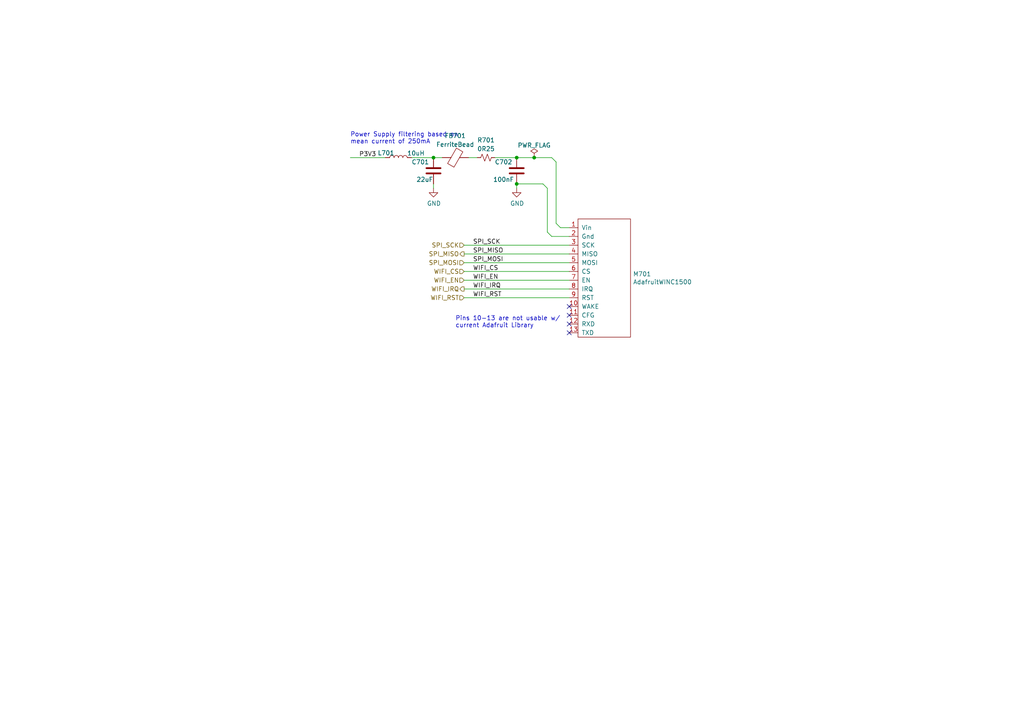
<source format=kicad_sch>
(kicad_sch (version 20211123) (generator eeschema)
  (paper "A4")
  (lib_symbols
    (symbol "Device:C" (pin_numbers hide) (pin_names (offset 0.254))
      (property "Reference" "C" (at 0.635 2.54 0))
      (property "Value" "C" (at 0.635 -2.54 0))
      (symbol "C_0_1"
        (polyline (pts (xy -2.032 -0.762) (xy 2.032 -0.762)) (stroke (width 0.508)))
        (polyline (pts (xy -2.032 0.762) (xy 2.032 0.762)) (stroke (width 0.508)))
      )
      (symbol "C_1_1"
        (pin passive line (at 0 3.81 270) (length 2.794) (name "~") (number "1"))
        (pin passive line (at 0 -3.81 90) (length 2.794) (name "~") (number "2"))
      )
    )
    (symbol "Device:FerriteBead" (pin_numbers hide) (pin_names (offset 0))
      (property "Reference" "FB" (at -3.81 0.635 90))
      (property "Value" "FerriteBead" (at 3.81 0 90))
      (symbol "FerriteBead_0_1"
        (polyline (pts (xy 0 -1.27) (xy 0 -1.2192)))
        (polyline (pts (xy 0 1.27) (xy 0 1.2954)))
        (polyline (pts (xy -2.7686 0.4064) (xy -1.7018 2.2606) (xy 2.7686 -0.3048) (xy 1.6764 -2.159) (xy -2.7686 0.4064)))
      )
      (symbol "FerriteBead_1_1"
        (pin passive line (at 0 3.81 270) (length 2.54) (name "~") (number "1"))
        (pin passive line (at 0 -3.81 90) (length 2.54) (name "~") (number "2"))
      )
    )
    (symbol "Device:L" (pin_numbers hide) (pin_names (offset 1.016) hide)
      (property "Reference" "L" (at -1.27 0 90))
      (property "Value" "L" (at 1.905 0 90))
      (symbol "L_0_1"
        (arc (start 0 -2.54) (mid 0.635 -1.905) (end 0 -1.27))
        (arc (start 0 -1.27) (mid 0.635 -0.635) (end 0 0))
        (arc (start 0 0) (mid 0.635 0.635) (end 0 1.27))
        (arc (start 0 1.27) (mid 0.635 1.905) (end 0 2.54))
      )
      (symbol "L_1_1"
        (pin passive line (at 0 3.81 270) (length 1.27) (name "1") (number "1"))
        (pin passive line (at 0 -3.81 90) (length 1.27) (name "2") (number "2"))
      )
    )
    (symbol "Device:R_Small_US" (pin_numbers hide) (pin_names (offset 0.254) hide)
      (property "Reference" "R" (at 0.762 0.508 0))
      (property "Value" "R_Small_US" (at 0.762 -1.016 0))
      (symbol "R_Small_US_1_1"
        (polyline (pts (xy 0 0) (xy 1.016 -0.381) (xy 0 -0.762) (xy -1.016 -1.143) (xy 0 -1.524)))
        (polyline (pts (xy 0 1.524) (xy 1.016 1.143) (xy 0 0.762) (xy -1.016 0.381) (xy 0 0)))
        (pin passive line (at 0 2.54 270) (length 1.016) (name "~") (number "1"))
        (pin passive line (at 0 -2.54 90) (length 1.016) (name "~") (number "2"))
      )
    )
    (symbol "power:GND" (power) (pin_names (offset 0))
      (property "Value" "GND" (at 0 -3.81 0))
      (symbol "GND_0_1"
        (polyline (pts (xy 0 0) (xy 0 -1.27) (xy 1.27 -1.27) (xy 0 -2.54) (xy -1.27 -1.27) (xy 0 -1.27)))
      )
      (symbol "GND_1_1"
        (pin power_in line (at 0 0 270) (length 0) hide (name "GND") (number "1"))
      )
    )
    (symbol "power:PWR_FLAG" (power) (pin_numbers hide) (pin_names (offset 0) hide)
      (property "Value" "PWR_FLAG" (at 0 3.81 0))
      (symbol "PWR_FLAG_0_0"
        (pin power_out line (at 0 0 90) (length 0) (name "pwr") (number "1"))
      )
      (symbol "PWR_FLAG_0_1"
        (polyline (pts (xy 0 0) (xy 0 1.27) (xy -1.016 1.905) (xy 0 2.54) (xy 1.016 1.905) (xy 0 1.27)))
      )
    )
    (symbol "sapphireMini:AdafruitWINC1500" (pin_names (offset 1.016))
      (property "Reference" "M" (at -2.54 3.81 0))
      (property "Value" "AdafruitWINC1500" (at 8.89 -12.7 90))
      (symbol "AdafruitWINC1500_0_1"
        (rectangle (start -2.54 2.54) (end 12.7 -31.75))
      )
      (symbol "AdafruitWINC1500_1_1"
        (pin power_in line (at -5.08 0 0) (length 2.54) (name "Vin") (number "1"))
        (pin input line (at -5.08 -22.86 0) (length 2.54) (name "WAKE") (number "10"))
        (pin input line (at -5.08 -25.4 0) (length 2.54) (name "CFG") (number "11"))
        (pin input line (at -5.08 -27.94 0) (length 2.54) (name "RXD") (number "12"))
        (pin input line (at -5.08 -30.48 0) (length 2.54) (name "TXD") (number "13"))
        (pin power_in line (at -5.08 -2.54 0) (length 2.54) (name "Gnd") (number "2"))
        (pin input line (at -5.08 -5.08 0) (length 2.54) (name "SCK") (number "3"))
        (pin output line (at -5.08 -7.62 0) (length 2.54) (name "MISO") (number "4"))
        (pin input line (at -5.08 -10.16 0) (length 2.54) (name "MOSI") (number "5"))
        (pin input line (at -5.08 -12.7 0) (length 2.54) (name "CS") (number "6"))
        (pin input line (at -5.08 -15.24 0) (length 2.54) (name "EN") (number "7"))
        (pin output line (at -5.08 -17.78 0) (length 2.54) (name "IRQ") (number "8"))
        (pin input line (at -5.08 -20.32 0) (length 2.54) (name "RST") (number "9"))
      )
    )
  )
  (junction (at 154.94 45.72))
  (junction (at 149.86 45.72))
  (junction (at 125.73 45.72))
  (junction (at 149.86 53.34))
  (no_connect (at 165.1 96.52))
  (no_connect (at 165.1 88.9))
  (no_connect (at 165.1 91.44))
  (no_connect (at 165.1 93.98))
  (wire (pts (xy 158.75 67.31) (xy 158.75 54.61)))
  (wire (pts (xy 162.56 66.04) (xy 161.29 64.77)))
  (wire (pts (xy 161.29 46.99) (xy 161.29 64.77)))
  (wire (pts (xy 135.89 45.72) (xy 138.43 45.72)))
  (wire (pts (xy 154.94 45.72) (xy 149.86 45.72)))
  (wire (pts (xy 165.1 81.28) (xy 134.62 81.28)))
  (wire (pts (xy 125.73 54.61) (xy 125.73 53.34)))
  (wire (pts (xy 160.02 45.72) (xy 154.94 45.72)))
  (wire (pts (xy 158.75 54.61) (xy 157.48 53.34)))
  (wire (pts (xy 111.76 45.72) (xy 101.6 45.72)))
  (wire (pts (xy 160.02 45.72) (xy 161.29 46.99)))
  (wire (pts (xy 165.1 78.74) (xy 134.62 78.74)))
  (wire (pts (xy 143.51 45.72) (xy 149.86 45.72)))
  (wire (pts (xy 160.02 68.58) (xy 158.75 67.31)))
  (wire (pts (xy 165.1 71.12) (xy 134.62 71.12)))
  (wire (pts (xy 160.02 68.58) (xy 165.1 68.58)))
  (wire (pts (xy 165.1 86.36) (xy 134.62 86.36)))
  (wire (pts (xy 125.73 45.72) (xy 119.38 45.72)))
  (wire (pts (xy 165.1 66.04) (xy 162.56 66.04)))
  (wire (pts (xy 149.86 54.61) (xy 149.86 53.34)))
  (wire (pts (xy 157.48 53.34) (xy 149.86 53.34)))
  (wire (pts (xy 165.1 76.2) (xy 134.62 76.2)))
  (wire (pts (xy 128.27 45.72) (xy 125.73 45.72)))
  (wire (pts (xy 165.1 83.82) (xy 134.62 83.82)))
  (wire (pts (xy 165.1 73.66) (xy 134.62 73.66)))
  (text "Pins 10-13 are not usable w/\ncurrent Adafruit Library" (at 132.08 95.25 0) (effects (font (size 1.27 1.27)) (justify left bottom)))
  (text "Power Supply filtering based on\nmean current of 250mA" (at 101.6 41.91 0) (effects (font (size 1.27 1.27)) (justify left bottom)))
  (label "SPI_SCK" (at 137.16 71.12 0))
  (label "WIFI_RST" (at 137.16 86.36 0))
  (label "P3V3" (at 104.14 45.72 0))
  (label "SPI_MOSI" (at 137.16 76.2 0))
  (label "SPI_MISO" (at 137.16 73.66 0))
  (label "WIFI_IRQ" (at 137.16 83.82 0))
  (label "WIFI_CS" (at 137.16 78.74 0))
  (label "WIFI_EN" (at 137.16 81.28 0))
  (hierarchical_label "WIFI_IRQ" (shape output) (at 134.62 83.82 180))
  (hierarchical_label "SPI_MISO" (shape output) (at 134.62 73.66 180))
  (hierarchical_label "SPI_SCK" (shape input) (at 134.62 71.12 180))
  (hierarchical_label "WIFI_CS" (shape input) (at 134.62 78.74 180))
  (hierarchical_label "WIFI_RST" (shape input) (at 134.62 86.36 180))
  (hierarchical_label "WIFI_EN" (shape input) (at 134.62 81.28 180))
  (hierarchical_label "SPI_MOSI" (shape input) (at 134.62 76.2 180))
  (symbol (lib_id "sapphireMini:AdafruitWINC1500") (at 170.18 66.04 0) (unit 1)
    (property "Reference" "M701" (at 183.5912 79.4766 0) (effects (justify left)))
    (property "Value" "AdafruitWINC1500" (at 183.5912 81.788 0) (effects (justify left)))
  )
  (symbol (lib_id "Device:L") (at 115.57 45.72 90) (unit 1)
    (property "Reference" "L701" (at 114.4016 44.3738 90) (effects (justify left)))
    (property "Value" "10uH" (at 123.19 44.45 90) (effects (justify left)))
  )
  (symbol (lib_id "Device:C") (at 149.86 49.53 0) (unit 1)
    (property "Reference" "C702" (at 146.05 46.99 0))
    (property "Value" "100nF" (at 146.05 52.07 0))
    (property "Footprint" "Capacitor_SMD:C_0603_1608Metric" (effects hide))
  )
  (symbol (lib_id "Device:C") (at 125.73 49.53 0) (unit 1)
    (property "Reference" "C701" (at 121.92 46.99 0))
    (property "Value" "22uF" (at 123.19 52.07 0))
    (property "Footprint" "Capacitor_SMD:C_0603_1608Metric" (effects hide))
  )
  (symbol (lib_id "power:GND") (at 125.73 54.61 0) (unit 1)
    (property "Reference" "#PWR0701" (effects hide))
    (property "Value" "GND" (at 125.857 59.0042 0))
  )
  (symbol (lib_id "power:GND") (at 149.86 54.61 0) (unit 1)
    (property "Reference" "#PWR0702" (effects hide))
    (property "Value" "GND" (at 149.987 59.0042 0))
  )
  (symbol (lib_id "Device:R_Small_US") (at 140.97 45.72 90) (unit 1)
    (property "Reference" "R701" (at 140.97 40.64 90))
    (property "Value" "0R25" (at 140.97 43.18 90))
    (property "Footprint" "Resistor_SMD:R_0603_1608Metric" (effects hide))
    (property "DigiKey Price" "0.05" (effects hide))
    (property "Manufacturer" "Vishay" (effects hide))
    (property "Tolerance" "5%" (effects hide))
    (property "MPN" "CRCW060347R0FKEAC" (effects hide))
    (property "Populate" "1" (effects hide))
    (property "MacroFab_PN" "MF-RES-0603-47" (effects hide))
    (property "Digi-Key_PN" "541-5440-1-ND" (effects hide))
    (property "Distributor" "Digikey" (effects hide))
    (property "DPN" "541-5440-1-ND" (effects hide))
    (property "Description" "47 Ohms ±1% 0.1W, 1/10W Chip Resistor 0603" (effects hide))
  )
  (symbol (lib_id "Device:FerriteBead") (at 132.08 45.72 90) (unit 1)
    (property "Reference" "FB701" (at 132.0292 39.3786 90))
    (property "Value" "FerriteBead" (at 132.0292 41.9155 90))
  )
  (symbol (lib_id "power:PWR_FLAG") (at 154.94 45.72 0) (unit 1)
    (property "Reference" "#FLG?" (effects hide))
    (property "Value" "PWR_FLAG" (at 154.94 42.1442 0))
  )
)
</source>
